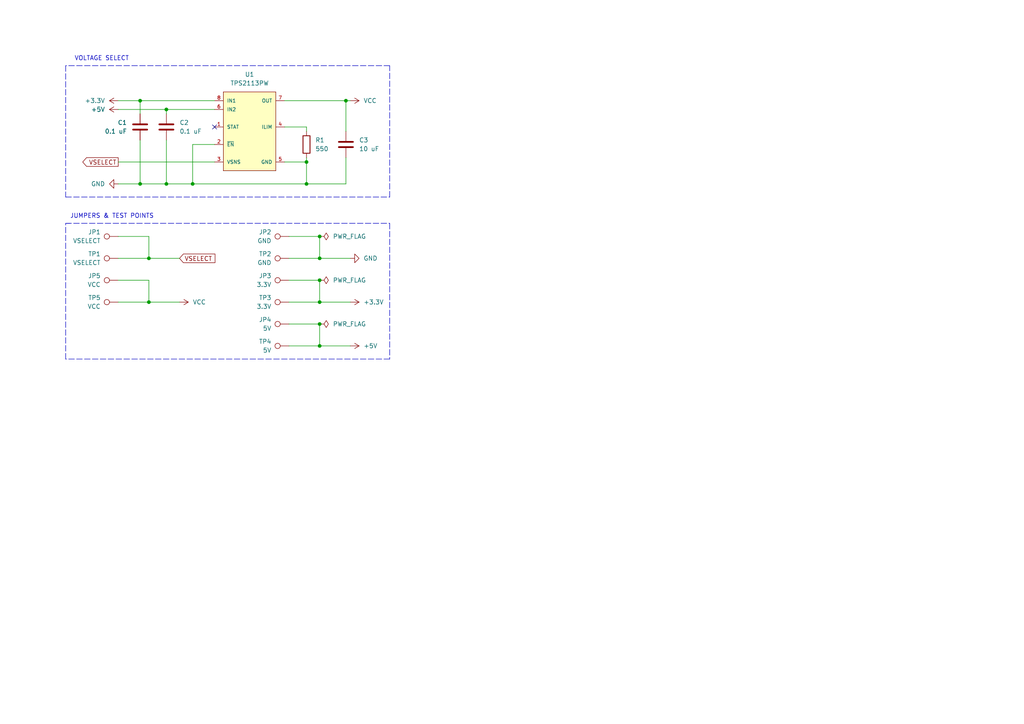
<source format=kicad_sch>
(kicad_sch (version 20211123) (generator eeschema)
  (paper "A4")
  (lib_symbols
    (symbol "Added:TPS2113PW" (pin_names (offset 1.016))
      (property "Reference" "U" (at 0 5.08 0))
      (property "Value" "TPS2113PW" (at 0 7.62 0))
      (symbol "TPS2113PW_1_1"
        (rectangle (start 5.08 2.54) (end 20.32 -20.32) (fill (type background)))
        (pin unspecified line (at 2.54 -7.62 0) (length 2.54) (name "STAT") (number "1"))
        (pin input line (at 2.54 -12.7 0) (length 2.54) (name "~{EN}") (number "2"))
        (pin input line (at 2.54 -17.78 0) (length 2.54) (name "VSNS") (number "3"))
        (pin input line (at 22.86 -7.62 180) (length 2.54) (name "ILIM") (number "4"))
        (pin power_in line (at 22.86 -17.78 180) (length 2.54) (name "GND") (number "5"))
        (pin power_in line (at 2.54 -2.54 0) (length 2.54) (name "IN2") (number "6"))
        (pin power_out line (at 22.86 0 180) (length 2.54) (name "OUT") (number "7"))
        (pin power_in line (at 2.54 0 0) (length 2.54) (name "IN1") (number "8"))
      )
    )
    (symbol "Connector:TestPoint" (pin_numbers hide) (pin_names (offset 0.762) hide)
      (property "Reference" "TP" (at 0 6.858 0))
      (property "Value" "TestPoint" (at 0 5.08 0))
      (symbol "TestPoint_0_1"
        (circle (center 0 3.302) (radius 0.762))
      )
      (symbol "TestPoint_1_1"
        (pin passive line (at 0 0 90) (length 2.54) (name "1") (number "1"))
      )
    )
    (symbol "Device:C" (pin_numbers hide) (pin_names (offset 0.254))
      (property "Reference" "C" (at 0.635 2.54 0))
      (property "Value" "C" (at 0.635 -2.54 0))
      (symbol "C_0_1"
        (polyline (pts (xy -2.032 -0.762) (xy 2.032 -0.762)) (stroke (width 0.508)))
        (polyline (pts (xy -2.032 0.762) (xy 2.032 0.762)) (stroke (width 0.508)))
      )
      (symbol "C_1_1"
        (pin passive line (at 0 3.81 270) (length 2.794) (name "~") (number "1"))
        (pin passive line (at 0 -3.81 90) (length 2.794) (name "~") (number "2"))
      )
    )
    (symbol "Device:R" (pin_numbers hide) (pin_names (offset 0))
      (property "Reference" "R" (at 2.032 0 90))
      (property "Value" "R" (at 0 0 90))
      (symbol "R_0_1"
        (rectangle (start -1.016 -2.54) (end 1.016 2.54) (stroke (width 0.254)))
      )
      (symbol "R_1_1"
        (pin passive line (at 0 3.81 270) (length 1.27) (name "~") (number "1"))
        (pin passive line (at 0 -3.81 90) (length 1.27) (name "~") (number "2"))
      )
    )
    (symbol "power:+3.3V" (power) (pin_names (offset 0))
      (property "Value" "+3.3V" (at 0 3.556 0))
      (symbol "+3.3V_0_1"
        (polyline (pts (xy -0.762 1.27) (xy 0 2.54)))
        (polyline (pts (xy 0 0) (xy 0 2.54)))
        (polyline (pts (xy 0 2.54) (xy 0.762 1.27)))
      )
      (symbol "+3.3V_1_1"
        (pin power_in line (at 0 0 90) (length 0) hide (name "+3.3V") (number "1"))
      )
    )
    (symbol "power:+5V" (power) (pin_names (offset 0))
      (property "Value" "+5V" (at 0 3.556 0))
      (symbol "+5V_0_1"
        (polyline (pts (xy -0.762 1.27) (xy 0 2.54)))
        (polyline (pts (xy 0 0) (xy 0 2.54)))
        (polyline (pts (xy 0 2.54) (xy 0.762 1.27)))
      )
      (symbol "+5V_1_1"
        (pin power_in line (at 0 0 90) (length 0) hide (name "+5V") (number "1"))
      )
    )
    (symbol "power:GND" (power) (pin_names (offset 0))
      (property "Value" "GND" (at 0 -3.81 0))
      (symbol "GND_0_1"
        (polyline (pts (xy 0 0) (xy 0 -1.27) (xy 1.27 -1.27) (xy 0 -2.54) (xy -1.27 -1.27) (xy 0 -1.27)))
      )
      (symbol "GND_1_1"
        (pin power_in line (at 0 0 270) (length 0) hide (name "GND") (number "1"))
      )
    )
    (symbol "power:PWR_FLAG" (power) (pin_numbers hide) (pin_names (offset 0) hide)
      (property "Value" "PWR_FLAG" (at 0 3.81 0))
      (symbol "PWR_FLAG_0_0"
        (pin power_out line (at 0 0 90) (length 0) (name "pwr") (number "1"))
      )
      (symbol "PWR_FLAG_0_1"
        (polyline (pts (xy 0 0) (xy 0 1.27) (xy -1.016 1.905) (xy 0 2.54) (xy 1.016 1.905) (xy 0 1.27)))
      )
    )
    (symbol "power:VCC" (power) (pin_names (offset 0))
      (property "Value" "VCC" (at 0 3.81 0))
      (symbol "VCC_0_1"
        (polyline (pts (xy -0.762 1.27) (xy 0 2.54)))
        (polyline (pts (xy 0 0) (xy 0 2.54)))
        (polyline (pts (xy 0 2.54) (xy 0.762 1.27)))
      )
      (symbol "VCC_1_1"
        (pin power_in line (at 0 0 90) (length 0) hide (name "VCC") (number "1"))
      )
    )
  )
  (junction (at 88.9 53.34))
  (junction (at 55.88 53.34))
  (junction (at 92.71 68.58))
  (junction (at 92.71 100.33))
  (junction (at 48.26 31.75))
  (junction (at 40.64 29.21))
  (junction (at 43.18 74.93))
  (junction (at 40.64 53.34))
  (junction (at 100.33 29.21))
  (junction (at 92.71 93.98))
  (junction (at 92.71 74.93))
  (junction (at 88.9 46.99))
  (junction (at 92.71 87.63))
  (junction (at 43.18 87.63))
  (junction (at 48.26 53.34))
  (junction (at 92.71 81.28))
  (no_connect (at 62.23 36.83))
  (wire (pts (xy 34.29 53.34) (xy 40.64 53.34)))
  (polyline (pts (xy 19.05 104.14) (xy 19.05 64.77)))
  (wire (pts (xy 83.82 100.33) (xy 92.71 100.33)))
  (polyline (pts (xy 19.05 64.77) (xy 113.03 64.77)))
  (wire (pts (xy 34.29 46.99) (xy 62.23 46.99)))
  (wire (pts (xy 34.29 68.58) (xy 43.18 68.58)))
  (wire (pts (xy 82.55 46.99) (xy 88.9 46.99)))
  (wire (pts (xy 48.26 40.64) (xy 48.26 53.34)))
  (wire (pts (xy 34.29 74.93) (xy 43.18 74.93)))
  (wire (pts (xy 92.71 81.28) (xy 92.71 87.63)))
  (wire (pts (xy 55.88 53.34) (xy 88.9 53.34)))
  (wire (pts (xy 100.33 45.72) (xy 100.33 53.34)))
  (wire (pts (xy 92.71 74.93) (xy 101.6 74.93)))
  (wire (pts (xy 40.64 29.21) (xy 40.64 33.02)))
  (wire (pts (xy 83.82 68.58) (xy 92.71 68.58)))
  (wire (pts (xy 62.23 41.91) (xy 55.88 41.91)))
  (wire (pts (xy 34.29 29.21) (xy 40.64 29.21)))
  (wire (pts (xy 88.9 53.34) (xy 100.33 53.34)))
  (wire (pts (xy 83.82 93.98) (xy 92.71 93.98)))
  (wire (pts (xy 34.29 81.28) (xy 43.18 81.28)))
  (wire (pts (xy 34.29 31.75) (xy 48.26 31.75)))
  (wire (pts (xy 48.26 33.02) (xy 48.26 31.75)))
  (wire (pts (xy 43.18 68.58) (xy 43.18 74.93)))
  (wire (pts (xy 92.71 100.33) (xy 101.6 100.33)))
  (wire (pts (xy 43.18 87.63) (xy 52.07 87.63)))
  (polyline (pts (xy 113.03 104.14) (xy 19.05 104.14)))
  (wire (pts (xy 83.82 81.28) (xy 92.71 81.28)))
  (wire (pts (xy 88.9 45.72) (xy 88.9 46.99)))
  (wire (pts (xy 100.33 29.21) (xy 101.6 29.21)))
  (wire (pts (xy 92.71 87.63) (xy 101.6 87.63)))
  (wire (pts (xy 40.64 29.21) (xy 62.23 29.21)))
  (wire (pts (xy 100.33 29.21) (xy 100.33 38.1)))
  (wire (pts (xy 88.9 46.99) (xy 88.9 53.34)))
  (wire (pts (xy 40.64 53.34) (xy 48.26 53.34)))
  (wire (pts (xy 48.26 53.34) (xy 55.88 53.34)))
  (wire (pts (xy 43.18 81.28) (xy 43.18 87.63)))
  (polyline (pts (xy 19.05 19.05) (xy 19.05 57.15)))
  (wire (pts (xy 83.82 74.93) (xy 92.71 74.93)))
  (wire (pts (xy 82.55 29.21) (xy 100.33 29.21)))
  (wire (pts (xy 40.64 40.64) (xy 40.64 53.34)))
  (wire (pts (xy 88.9 36.83) (xy 88.9 38.1)))
  (wire (pts (xy 92.71 93.98) (xy 92.71 100.33)))
  (wire (pts (xy 34.29 87.63) (xy 43.18 87.63)))
  (wire (pts (xy 43.18 74.93) (xy 52.07 74.93)))
  (polyline (pts (xy 113.03 19.05) (xy 19.05 19.05)))
  (wire (pts (xy 48.26 31.75) (xy 62.23 31.75)))
  (polyline (pts (xy 19.05 64.77) (xy 20.32 64.77)))
  (polyline (pts (xy 113.03 64.77) (xy 113.03 104.14)))
  (wire (pts (xy 83.82 87.63) (xy 92.71 87.63)))
  (wire (pts (xy 82.55 36.83) (xy 88.9 36.83)))
  (wire (pts (xy 92.71 68.58) (xy 92.71 74.93)))
  (polyline (pts (xy 113.03 57.15) (xy 113.03 19.05)))
  (wire (pts (xy 55.88 41.91) (xy 55.88 53.34)))
  (polyline (pts (xy 19.05 57.15) (xy 113.03 57.15)))
  (text "JUMPERS & TEST POINTS" (at 20.32 63.5 0) (effects (font (size 1.27 1.27)) (justify left bottom)))
  (text "VOLTAGE SELECT" (at 21.59 17.78 0) (effects (font (size 1.27 1.27)) (justify left bottom)))
  (global_label "VSELECT" (shape input) (at 52.07 74.93 0) (property "Intersheet References" "${INTERSHEET_REFS}" (effects hide)))
  (global_label "VSELECT" (shape output) (at 34.29 46.99 180) (property "Intersheet References" "${INTERSHEET_REFS}" (effects hide)))
  (symbol (lib_id "Device:C") (at 48.26 36.83 0) (unit 1)
    (property "Reference" "C2" (at 52.07 35.5599 0) (effects (justify left)))
    (property "Value" "0.1 uF" (at 52.07 38.0999 0) (effects (justify left)))
    (property "Footprint" "Capacitor_SMD:C_0402_1005Metric_Pad0.74x0.62mm_HandSolder" (effects hide))
    (property "Description" "CL05B104KB54PNC" (effects hide))
    (property "JLCPCB" "C307331" (effects hide))
  )
  (symbol (lib_id "power:+3.3V") (at 34.29 29.21 90) (unit 1)
    (property "Reference" "#PWR02" (effects hide))
    (property "Value" "+3.3V" (at 30.48 29.2099 90) (effects (justify left)))
  )
  (symbol (lib_id "Device:C") (at 100.33 41.91 0) (unit 1)
    (property "Reference" "C3" (at 104.14 40.6399 0) (effects (justify left)))
    (property "Value" "10 uF" (at 104.14 43.1799 0) (effects (justify left)))
    (property "Footprint" "Capacitor_SMD:C_0402_1005Metric_Pad0.74x0.62mm_HandSolder" (effects hide))
    (property "Description" "CL05A106MQ5NUNC" (effects hide))
    (property "JLCPCB" "C15525" (effects hide))
  )
  (symbol (lib_id "Connector:TestPoint") (at 83.82 68.58 90) (unit 1)
    (property "Reference" "JP2" (at 78.74 67.3099 90) (effects (justify left)))
    (property "Value" "GND" (at 78.74 69.8499 90) (effects (justify left)))
    (property "Footprint" "TestPoint:TestPoint_Pad_2.0x2.0mm" (effects hide))
  )
  (symbol (lib_id "Added:TPS2113PW") (at 59.69 29.21 0) (unit 1)
    (property "Reference" "U1" (at 72.39 21.59 0))
    (property "Value" "TPS2113PW" (at 72.39 24.13 0))
    (property "Footprint" "Personal:Texas_Instruments-TPS2113PW-Level_A" (effects hide))
    (property "Datasheet" "http://www.ti.com/general/docs/lit/getliterature.tsp?genericPartNumber=TPS2113&fileType=pdf" (effects hide))
    (property "Code  JEDEC" "MO-153" (effects hide))
    (property "Datasheet Version" "SLVS446" (effects hide))
    (property "IN1 IN2 Input VoltageMaxV" "5.5" (effects hide))
    (property "IN1 IN2 Input VoltageMinV" "2.8" (effects hide))
    (property "IN1 Output CurrentMaxA" "1.25" (effects hide))
    (property "IN1 rDSonTypmOhm" "84" (effects hide))
    (property "IN2 Output CurrentMaxA" "1.25" (effects hide))
    (property "IN2 rDSonTypOhms" "0.084" (effects hide))
    (property "Mounting Technology" "Surface Mount" (effects hide))
    (property "Number of Inputs" "2" (effects hide))
    (property "Package Description" "8-Pin Plastic Thin Small Outline Package 3 x 4.4 mm Body ,0.65 mm Pitch" (effects hide))
    (property "Package Version" "revG, Feb-2011" (effects hide))
    (property "Sub Family" "Power Multiplexer (MUX)" (effects hide))
    (property "category" "IC" (effects hide))
    (property "ciiva ids" "1435368" (effects hide))
    (property "library id" "8d418d7fa91867a0" (effects hide))
    (property "manufacturer" "Texas Instruments" (effects hide))
    (property "package" "PW0008A" (effects hide))
    (property "release date" "1464590589" (effects hide))
    (property "rohs" "Yes" (effects hide))
    (property "vault revision" "9D6D1550-8F4D-4794-945B-26B7B47CC6E6" (effects hide))
    (property "imported" "yes" (effects hide))
  )
  (symbol (lib_id "power:GND") (at 34.29 53.34 270) (unit 1)
    (property "Reference" "#PWR01" (effects hide))
    (property "Value" "GND" (at 30.48 53.34 90) (effects (justify right)))
  )
  (symbol (lib_id "Connector:TestPoint") (at 34.29 81.28 90) (unit 1)
    (property "Reference" "JP5" (at 29.21 80.0099 90) (effects (justify left)))
    (property "Value" "VCC" (at 29.21 82.5499 90) (effects (justify left)))
    (property "Footprint" "Personal:Vpower-Switch-Pad" (effects hide))
  )
  (symbol (lib_id "power:PWR_FLAG") (at 92.71 68.58 270) (unit 1)
    (property "Reference" "#FLG0103" (effects hide))
    (property "Value" "PWR_FLAG" (at 96.52 68.5799 90) (effects (justify left)))
  )
  (symbol (lib_id "Connector:TestPoint") (at 34.29 68.58 90) (unit 1)
    (property "Reference" "JP1" (at 29.21 67.3099 90) (effects (justify left)))
    (property "Value" "VSELECT" (at 29.21 69.8499 90) (effects (justify left)))
    (property "Footprint" "TestPoint:TestPoint_Pad_2.0x2.0mm" (effects hide))
  )
  (symbol (lib_id "Connector:TestPoint") (at 83.82 87.63 90) (unit 1)
    (property "Reference" "TP3" (at 78.74 86.3599 90) (effects (justify left)))
    (property "Value" "3.3V" (at 78.74 88.8999 90) (effects (justify left)))
    (property "Footprint" "TestPoint:TestPoint_Pad_2.0x2.0mm" (effects hide))
  )
  (symbol (lib_id "Device:R") (at 88.9 41.91 180) (unit 1)
    (property "Reference" "R1" (at 91.44 40.6399 0) (effects (justify right)))
    (property "Value" "550" (at 91.44 43.1799 0) (effects (justify right)))
    (property "Footprint" "Resistor_SMD:R_0402_1005Metric_Pad0.72x0.64mm_HandSolder" (effects hide))
    (property "Description" "RC0402JR-07560RL" (effects hide))
    (property "JLCPCB" "C137858" (effects hide))
  )
  (symbol (lib_id "Connector:TestPoint") (at 83.82 93.98 90) (unit 1)
    (property "Reference" "JP4" (at 78.74 92.7099 90) (effects (justify left)))
    (property "Value" "5V" (at 78.74 95.2499 90) (effects (justify left)))
    (property "Footprint" "Personal:Vpower-Switch-Pad" (effects hide))
  )
  (symbol (lib_id "power:+5V") (at 101.6 100.33 270) (unit 1)
    (property "Reference" "#PWR08" (effects hide))
    (property "Value" "+5V" (at 105.41 100.3299 90) (effects (justify left)))
  )
  (symbol (lib_id "Connector:TestPoint") (at 83.82 74.93 90) (unit 1)
    (property "Reference" "TP2" (at 78.74 73.6599 90) (effects (justify left)))
    (property "Value" "GND" (at 78.74 76.1999 90) (effects (justify left)))
    (property "Footprint" "TestPoint:TestPoint_Pad_2.0x2.0mm" (effects hide))
  )
  (symbol (lib_id "Connector:TestPoint") (at 34.29 87.63 90) (unit 1)
    (property "Reference" "TP5" (at 29.21 86.3599 90) (effects (justify left)))
    (property "Value" "VCC" (at 29.21 88.8999 90) (effects (justify left)))
    (property "Footprint" "TestPoint:TestPoint_Pad_2.0x2.0mm" (effects hide))
  )
  (symbol (lib_id "power:PWR_FLAG") (at 92.71 93.98 270) (unit 1)
    (property "Reference" "#FLG0101" (effects hide))
    (property "Value" "PWR_FLAG" (at 96.52 93.9799 90) (effects (justify left)))
  )
  (symbol (lib_id "power:GND") (at 101.6 74.93 90) (unit 1)
    (property "Reference" "#PWR06" (effects hide))
    (property "Value" "GND" (at 105.41 74.93 90) (effects (justify right)))
  )
  (symbol (lib_id "power:VCC") (at 52.07 87.63 270) (unit 1)
    (property "Reference" "#PWR09" (effects hide))
    (property "Value" "VCC" (at 55.88 87.6299 90) (effects (justify left)))
  )
  (symbol (lib_id "Connector:TestPoint") (at 34.29 74.93 90) (unit 1)
    (property "Reference" "TP1" (at 29.21 73.6599 90) (effects (justify left)))
    (property "Value" "VSELECT" (at 29.21 76.1999 90) (effects (justify left)))
    (property "Footprint" "TestPoint:TestPoint_Pad_2.0x2.0mm" (effects hide))
  )
  (symbol (lib_id "Connector:TestPoint") (at 83.82 81.28 90) (unit 1)
    (property "Reference" "JP3" (at 78.74 80.0099 90) (effects (justify left)))
    (property "Value" "3.3V" (at 78.74 82.5499 90) (effects (justify left)))
    (property "Footprint" "Personal:Vpower-Switch-Pad" (effects hide))
  )
  (symbol (lib_id "power:VCC") (at 101.6 29.21 270) (unit 1)
    (property "Reference" "#PWR05" (effects hide))
    (property "Value" "VCC" (at 105.41 29.2099 90) (effects (justify left)))
  )
  (symbol (lib_id "Connector:TestPoint") (at 83.82 100.33 90) (unit 1)
    (property "Reference" "TP4" (at 78.74 99.0599 90) (effects (justify left)))
    (property "Value" "5V" (at 78.74 101.5999 90) (effects (justify left)))
    (property "Footprint" "TestPoint:TestPoint_Pad_2.0x2.0mm" (effects hide))
  )
  (symbol (lib_id "Device:C") (at 40.64 36.83 180) (unit 1)
    (property "Reference" "C1" (at 36.83 35.5599 0) (effects (justify left)))
    (property "Value" "0.1 uF" (at 36.83 38.0999 0) (effects (justify left)))
    (property "Footprint" "Capacitor_SMD:C_0402_1005Metric_Pad0.74x0.62mm_HandSolder" (effects hide))
    (property "Description" "CL05B104KB54PNC" (effects hide))
    (property "JLCPCB" "C307331" (effects hide))
  )
  (symbol (lib_id "power:PWR_FLAG") (at 92.71 81.28 270) (unit 1)
    (property "Reference" "#FLG0102" (effects hide))
    (property "Value" "PWR_FLAG" (at 96.52 81.2799 90) (effects (justify left)))
  )
  (symbol (lib_id "power:+5V") (at 34.29 31.75 90) (unit 1)
    (property "Reference" "#PWR03" (effects hide))
    (property "Value" "+5V" (at 30.48 31.7499 90) (effects (justify left)))
  )
  (symbol (lib_id "power:+3.3V") (at 101.6 87.63 270) (unit 1)
    (property "Reference" "#PWR07" (effects hide))
    (property "Value" "+3.3V" (at 105.41 87.6299 90) (effects (justify left)))
  )
)
</source>
